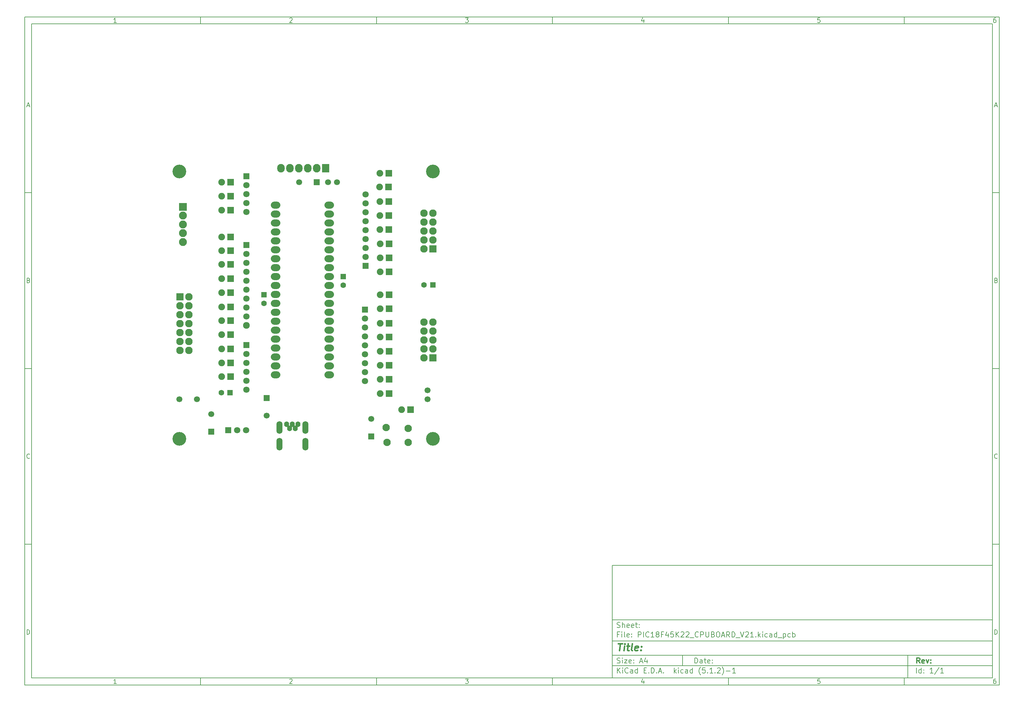
<source format=gbs>
G04 #@! TF.GenerationSoftware,KiCad,Pcbnew,(5.1.2)-1*
G04 #@! TF.CreationDate,2019-04-29T19:23:30+09:00*
G04 #@! TF.ProjectId,PIC18F45K22_CPUBOARD_V21,50494331-3846-4343-954b-32325f435055,rev?*
G04 #@! TF.SameCoordinates,Original*
G04 #@! TF.FileFunction,Soldermask,Bot*
G04 #@! TF.FilePolarity,Negative*
%FSLAX46Y46*%
G04 Gerber Fmt 4.6, Leading zero omitted, Abs format (unit mm)*
G04 Created by KiCad (PCBNEW (5.1.2)-1) date 2019-04-29 19:23:30*
%MOMM*%
%LPD*%
G04 APERTURE LIST*
%ADD10C,0.100000*%
%ADD11C,0.150000*%
%ADD12C,0.300000*%
%ADD13C,0.400000*%
%ADD14R,2.250000X2.250000*%
%ADD15C,2.250000*%
%ADD16R,1.900000X1.900000*%
%ADD17C,1.900000*%
%ADD18C,1.700000*%
%ADD19R,1.797000X1.797000*%
%ADD20C,1.797000*%
%ADD21C,3.900000*%
%ADD22C,1.924000*%
%ADD23R,2.127200X2.127200*%
%ADD24O,2.127200X2.127200*%
%ADD25O,1.400000X1.600000*%
%ADD26O,1.700000X3.600000*%
%ADD27R,2.127200X2.432000*%
%ADD28O,2.127200X2.432000*%
%ADD29C,2.100000*%
%ADD30R,1.700000X1.700000*%
%ADD31R,1.600000X1.600000*%
%ADD32C,1.600000*%
%ADD33O,2.700000X2.000000*%
G04 APERTURE END LIST*
D10*
D11*
X177002200Y-166007200D02*
X177002200Y-198007200D01*
X285002200Y-198007200D01*
X285002200Y-166007200D01*
X177002200Y-166007200D01*
D10*
D11*
X10000000Y-10000000D02*
X10000000Y-200007200D01*
X287002200Y-200007200D01*
X287002200Y-10000000D01*
X10000000Y-10000000D01*
D10*
D11*
X12000000Y-12000000D02*
X12000000Y-198007200D01*
X285002200Y-198007200D01*
X285002200Y-12000000D01*
X12000000Y-12000000D01*
D10*
D11*
X60000000Y-12000000D02*
X60000000Y-10000000D01*
D10*
D11*
X110000000Y-12000000D02*
X110000000Y-10000000D01*
D10*
D11*
X160000000Y-12000000D02*
X160000000Y-10000000D01*
D10*
D11*
X210000000Y-12000000D02*
X210000000Y-10000000D01*
D10*
D11*
X260000000Y-12000000D02*
X260000000Y-10000000D01*
D10*
D11*
X36065476Y-11588095D02*
X35322619Y-11588095D01*
X35694047Y-11588095D02*
X35694047Y-10288095D01*
X35570238Y-10473809D01*
X35446428Y-10597619D01*
X35322619Y-10659523D01*
D10*
D11*
X85322619Y-10411904D02*
X85384523Y-10350000D01*
X85508333Y-10288095D01*
X85817857Y-10288095D01*
X85941666Y-10350000D01*
X86003571Y-10411904D01*
X86065476Y-10535714D01*
X86065476Y-10659523D01*
X86003571Y-10845238D01*
X85260714Y-11588095D01*
X86065476Y-11588095D01*
D10*
D11*
X135260714Y-10288095D02*
X136065476Y-10288095D01*
X135632142Y-10783333D01*
X135817857Y-10783333D01*
X135941666Y-10845238D01*
X136003571Y-10907142D01*
X136065476Y-11030952D01*
X136065476Y-11340476D01*
X136003571Y-11464285D01*
X135941666Y-11526190D01*
X135817857Y-11588095D01*
X135446428Y-11588095D01*
X135322619Y-11526190D01*
X135260714Y-11464285D01*
D10*
D11*
X185941666Y-10721428D02*
X185941666Y-11588095D01*
X185632142Y-10226190D02*
X185322619Y-11154761D01*
X186127380Y-11154761D01*
D10*
D11*
X236003571Y-10288095D02*
X235384523Y-10288095D01*
X235322619Y-10907142D01*
X235384523Y-10845238D01*
X235508333Y-10783333D01*
X235817857Y-10783333D01*
X235941666Y-10845238D01*
X236003571Y-10907142D01*
X236065476Y-11030952D01*
X236065476Y-11340476D01*
X236003571Y-11464285D01*
X235941666Y-11526190D01*
X235817857Y-11588095D01*
X235508333Y-11588095D01*
X235384523Y-11526190D01*
X235322619Y-11464285D01*
D10*
D11*
X285941666Y-10288095D02*
X285694047Y-10288095D01*
X285570238Y-10350000D01*
X285508333Y-10411904D01*
X285384523Y-10597619D01*
X285322619Y-10845238D01*
X285322619Y-11340476D01*
X285384523Y-11464285D01*
X285446428Y-11526190D01*
X285570238Y-11588095D01*
X285817857Y-11588095D01*
X285941666Y-11526190D01*
X286003571Y-11464285D01*
X286065476Y-11340476D01*
X286065476Y-11030952D01*
X286003571Y-10907142D01*
X285941666Y-10845238D01*
X285817857Y-10783333D01*
X285570238Y-10783333D01*
X285446428Y-10845238D01*
X285384523Y-10907142D01*
X285322619Y-11030952D01*
D10*
D11*
X60000000Y-198007200D02*
X60000000Y-200007200D01*
D10*
D11*
X110000000Y-198007200D02*
X110000000Y-200007200D01*
D10*
D11*
X160000000Y-198007200D02*
X160000000Y-200007200D01*
D10*
D11*
X210000000Y-198007200D02*
X210000000Y-200007200D01*
D10*
D11*
X260000000Y-198007200D02*
X260000000Y-200007200D01*
D10*
D11*
X36065476Y-199595295D02*
X35322619Y-199595295D01*
X35694047Y-199595295D02*
X35694047Y-198295295D01*
X35570238Y-198481009D01*
X35446428Y-198604819D01*
X35322619Y-198666723D01*
D10*
D11*
X85322619Y-198419104D02*
X85384523Y-198357200D01*
X85508333Y-198295295D01*
X85817857Y-198295295D01*
X85941666Y-198357200D01*
X86003571Y-198419104D01*
X86065476Y-198542914D01*
X86065476Y-198666723D01*
X86003571Y-198852438D01*
X85260714Y-199595295D01*
X86065476Y-199595295D01*
D10*
D11*
X135260714Y-198295295D02*
X136065476Y-198295295D01*
X135632142Y-198790533D01*
X135817857Y-198790533D01*
X135941666Y-198852438D01*
X136003571Y-198914342D01*
X136065476Y-199038152D01*
X136065476Y-199347676D01*
X136003571Y-199471485D01*
X135941666Y-199533390D01*
X135817857Y-199595295D01*
X135446428Y-199595295D01*
X135322619Y-199533390D01*
X135260714Y-199471485D01*
D10*
D11*
X185941666Y-198728628D02*
X185941666Y-199595295D01*
X185632142Y-198233390D02*
X185322619Y-199161961D01*
X186127380Y-199161961D01*
D10*
D11*
X236003571Y-198295295D02*
X235384523Y-198295295D01*
X235322619Y-198914342D01*
X235384523Y-198852438D01*
X235508333Y-198790533D01*
X235817857Y-198790533D01*
X235941666Y-198852438D01*
X236003571Y-198914342D01*
X236065476Y-199038152D01*
X236065476Y-199347676D01*
X236003571Y-199471485D01*
X235941666Y-199533390D01*
X235817857Y-199595295D01*
X235508333Y-199595295D01*
X235384523Y-199533390D01*
X235322619Y-199471485D01*
D10*
D11*
X285941666Y-198295295D02*
X285694047Y-198295295D01*
X285570238Y-198357200D01*
X285508333Y-198419104D01*
X285384523Y-198604819D01*
X285322619Y-198852438D01*
X285322619Y-199347676D01*
X285384523Y-199471485D01*
X285446428Y-199533390D01*
X285570238Y-199595295D01*
X285817857Y-199595295D01*
X285941666Y-199533390D01*
X286003571Y-199471485D01*
X286065476Y-199347676D01*
X286065476Y-199038152D01*
X286003571Y-198914342D01*
X285941666Y-198852438D01*
X285817857Y-198790533D01*
X285570238Y-198790533D01*
X285446428Y-198852438D01*
X285384523Y-198914342D01*
X285322619Y-199038152D01*
D10*
D11*
X10000000Y-60000000D02*
X12000000Y-60000000D01*
D10*
D11*
X10000000Y-110000000D02*
X12000000Y-110000000D01*
D10*
D11*
X10000000Y-160000000D02*
X12000000Y-160000000D01*
D10*
D11*
X10690476Y-35216666D02*
X11309523Y-35216666D01*
X10566666Y-35588095D02*
X11000000Y-34288095D01*
X11433333Y-35588095D01*
D10*
D11*
X11092857Y-84907142D02*
X11278571Y-84969047D01*
X11340476Y-85030952D01*
X11402380Y-85154761D01*
X11402380Y-85340476D01*
X11340476Y-85464285D01*
X11278571Y-85526190D01*
X11154761Y-85588095D01*
X10659523Y-85588095D01*
X10659523Y-84288095D01*
X11092857Y-84288095D01*
X11216666Y-84350000D01*
X11278571Y-84411904D01*
X11340476Y-84535714D01*
X11340476Y-84659523D01*
X11278571Y-84783333D01*
X11216666Y-84845238D01*
X11092857Y-84907142D01*
X10659523Y-84907142D01*
D10*
D11*
X11402380Y-135464285D02*
X11340476Y-135526190D01*
X11154761Y-135588095D01*
X11030952Y-135588095D01*
X10845238Y-135526190D01*
X10721428Y-135402380D01*
X10659523Y-135278571D01*
X10597619Y-135030952D01*
X10597619Y-134845238D01*
X10659523Y-134597619D01*
X10721428Y-134473809D01*
X10845238Y-134350000D01*
X11030952Y-134288095D01*
X11154761Y-134288095D01*
X11340476Y-134350000D01*
X11402380Y-134411904D01*
D10*
D11*
X10659523Y-185588095D02*
X10659523Y-184288095D01*
X10969047Y-184288095D01*
X11154761Y-184350000D01*
X11278571Y-184473809D01*
X11340476Y-184597619D01*
X11402380Y-184845238D01*
X11402380Y-185030952D01*
X11340476Y-185278571D01*
X11278571Y-185402380D01*
X11154761Y-185526190D01*
X10969047Y-185588095D01*
X10659523Y-185588095D01*
D10*
D11*
X287002200Y-60000000D02*
X285002200Y-60000000D01*
D10*
D11*
X287002200Y-110000000D02*
X285002200Y-110000000D01*
D10*
D11*
X287002200Y-160000000D02*
X285002200Y-160000000D01*
D10*
D11*
X285692676Y-35216666D02*
X286311723Y-35216666D01*
X285568866Y-35588095D02*
X286002200Y-34288095D01*
X286435533Y-35588095D01*
D10*
D11*
X286095057Y-84907142D02*
X286280771Y-84969047D01*
X286342676Y-85030952D01*
X286404580Y-85154761D01*
X286404580Y-85340476D01*
X286342676Y-85464285D01*
X286280771Y-85526190D01*
X286156961Y-85588095D01*
X285661723Y-85588095D01*
X285661723Y-84288095D01*
X286095057Y-84288095D01*
X286218866Y-84350000D01*
X286280771Y-84411904D01*
X286342676Y-84535714D01*
X286342676Y-84659523D01*
X286280771Y-84783333D01*
X286218866Y-84845238D01*
X286095057Y-84907142D01*
X285661723Y-84907142D01*
D10*
D11*
X286404580Y-135464285D02*
X286342676Y-135526190D01*
X286156961Y-135588095D01*
X286033152Y-135588095D01*
X285847438Y-135526190D01*
X285723628Y-135402380D01*
X285661723Y-135278571D01*
X285599819Y-135030952D01*
X285599819Y-134845238D01*
X285661723Y-134597619D01*
X285723628Y-134473809D01*
X285847438Y-134350000D01*
X286033152Y-134288095D01*
X286156961Y-134288095D01*
X286342676Y-134350000D01*
X286404580Y-134411904D01*
D10*
D11*
X285661723Y-185588095D02*
X285661723Y-184288095D01*
X285971247Y-184288095D01*
X286156961Y-184350000D01*
X286280771Y-184473809D01*
X286342676Y-184597619D01*
X286404580Y-184845238D01*
X286404580Y-185030952D01*
X286342676Y-185278571D01*
X286280771Y-185402380D01*
X286156961Y-185526190D01*
X285971247Y-185588095D01*
X285661723Y-185588095D01*
D10*
D11*
X200434342Y-193785771D02*
X200434342Y-192285771D01*
X200791485Y-192285771D01*
X201005771Y-192357200D01*
X201148628Y-192500057D01*
X201220057Y-192642914D01*
X201291485Y-192928628D01*
X201291485Y-193142914D01*
X201220057Y-193428628D01*
X201148628Y-193571485D01*
X201005771Y-193714342D01*
X200791485Y-193785771D01*
X200434342Y-193785771D01*
X202577200Y-193785771D02*
X202577200Y-193000057D01*
X202505771Y-192857200D01*
X202362914Y-192785771D01*
X202077200Y-192785771D01*
X201934342Y-192857200D01*
X202577200Y-193714342D02*
X202434342Y-193785771D01*
X202077200Y-193785771D01*
X201934342Y-193714342D01*
X201862914Y-193571485D01*
X201862914Y-193428628D01*
X201934342Y-193285771D01*
X202077200Y-193214342D01*
X202434342Y-193214342D01*
X202577200Y-193142914D01*
X203077200Y-192785771D02*
X203648628Y-192785771D01*
X203291485Y-192285771D02*
X203291485Y-193571485D01*
X203362914Y-193714342D01*
X203505771Y-193785771D01*
X203648628Y-193785771D01*
X204720057Y-193714342D02*
X204577200Y-193785771D01*
X204291485Y-193785771D01*
X204148628Y-193714342D01*
X204077200Y-193571485D01*
X204077200Y-193000057D01*
X204148628Y-192857200D01*
X204291485Y-192785771D01*
X204577200Y-192785771D01*
X204720057Y-192857200D01*
X204791485Y-193000057D01*
X204791485Y-193142914D01*
X204077200Y-193285771D01*
X205434342Y-193642914D02*
X205505771Y-193714342D01*
X205434342Y-193785771D01*
X205362914Y-193714342D01*
X205434342Y-193642914D01*
X205434342Y-193785771D01*
X205434342Y-192857200D02*
X205505771Y-192928628D01*
X205434342Y-193000057D01*
X205362914Y-192928628D01*
X205434342Y-192857200D01*
X205434342Y-193000057D01*
D10*
D11*
X177002200Y-194507200D02*
X285002200Y-194507200D01*
D10*
D11*
X178434342Y-196585771D02*
X178434342Y-195085771D01*
X179291485Y-196585771D02*
X178648628Y-195728628D01*
X179291485Y-195085771D02*
X178434342Y-195942914D01*
X179934342Y-196585771D02*
X179934342Y-195585771D01*
X179934342Y-195085771D02*
X179862914Y-195157200D01*
X179934342Y-195228628D01*
X180005771Y-195157200D01*
X179934342Y-195085771D01*
X179934342Y-195228628D01*
X181505771Y-196442914D02*
X181434342Y-196514342D01*
X181220057Y-196585771D01*
X181077200Y-196585771D01*
X180862914Y-196514342D01*
X180720057Y-196371485D01*
X180648628Y-196228628D01*
X180577200Y-195942914D01*
X180577200Y-195728628D01*
X180648628Y-195442914D01*
X180720057Y-195300057D01*
X180862914Y-195157200D01*
X181077200Y-195085771D01*
X181220057Y-195085771D01*
X181434342Y-195157200D01*
X181505771Y-195228628D01*
X182791485Y-196585771D02*
X182791485Y-195800057D01*
X182720057Y-195657200D01*
X182577200Y-195585771D01*
X182291485Y-195585771D01*
X182148628Y-195657200D01*
X182791485Y-196514342D02*
X182648628Y-196585771D01*
X182291485Y-196585771D01*
X182148628Y-196514342D01*
X182077200Y-196371485D01*
X182077200Y-196228628D01*
X182148628Y-196085771D01*
X182291485Y-196014342D01*
X182648628Y-196014342D01*
X182791485Y-195942914D01*
X184148628Y-196585771D02*
X184148628Y-195085771D01*
X184148628Y-196514342D02*
X184005771Y-196585771D01*
X183720057Y-196585771D01*
X183577200Y-196514342D01*
X183505771Y-196442914D01*
X183434342Y-196300057D01*
X183434342Y-195871485D01*
X183505771Y-195728628D01*
X183577200Y-195657200D01*
X183720057Y-195585771D01*
X184005771Y-195585771D01*
X184148628Y-195657200D01*
X186005771Y-195800057D02*
X186505771Y-195800057D01*
X186720057Y-196585771D02*
X186005771Y-196585771D01*
X186005771Y-195085771D01*
X186720057Y-195085771D01*
X187362914Y-196442914D02*
X187434342Y-196514342D01*
X187362914Y-196585771D01*
X187291485Y-196514342D01*
X187362914Y-196442914D01*
X187362914Y-196585771D01*
X188077200Y-196585771D02*
X188077200Y-195085771D01*
X188434342Y-195085771D01*
X188648628Y-195157200D01*
X188791485Y-195300057D01*
X188862914Y-195442914D01*
X188934342Y-195728628D01*
X188934342Y-195942914D01*
X188862914Y-196228628D01*
X188791485Y-196371485D01*
X188648628Y-196514342D01*
X188434342Y-196585771D01*
X188077200Y-196585771D01*
X189577200Y-196442914D02*
X189648628Y-196514342D01*
X189577200Y-196585771D01*
X189505771Y-196514342D01*
X189577200Y-196442914D01*
X189577200Y-196585771D01*
X190220057Y-196157200D02*
X190934342Y-196157200D01*
X190077200Y-196585771D02*
X190577200Y-195085771D01*
X191077200Y-196585771D01*
X191577200Y-196442914D02*
X191648628Y-196514342D01*
X191577200Y-196585771D01*
X191505771Y-196514342D01*
X191577200Y-196442914D01*
X191577200Y-196585771D01*
X194577200Y-196585771D02*
X194577200Y-195085771D01*
X194720057Y-196014342D02*
X195148628Y-196585771D01*
X195148628Y-195585771D02*
X194577200Y-196157200D01*
X195791485Y-196585771D02*
X195791485Y-195585771D01*
X195791485Y-195085771D02*
X195720057Y-195157200D01*
X195791485Y-195228628D01*
X195862914Y-195157200D01*
X195791485Y-195085771D01*
X195791485Y-195228628D01*
X197148628Y-196514342D02*
X197005771Y-196585771D01*
X196720057Y-196585771D01*
X196577200Y-196514342D01*
X196505771Y-196442914D01*
X196434342Y-196300057D01*
X196434342Y-195871485D01*
X196505771Y-195728628D01*
X196577200Y-195657200D01*
X196720057Y-195585771D01*
X197005771Y-195585771D01*
X197148628Y-195657200D01*
X198434342Y-196585771D02*
X198434342Y-195800057D01*
X198362914Y-195657200D01*
X198220057Y-195585771D01*
X197934342Y-195585771D01*
X197791485Y-195657200D01*
X198434342Y-196514342D02*
X198291485Y-196585771D01*
X197934342Y-196585771D01*
X197791485Y-196514342D01*
X197720057Y-196371485D01*
X197720057Y-196228628D01*
X197791485Y-196085771D01*
X197934342Y-196014342D01*
X198291485Y-196014342D01*
X198434342Y-195942914D01*
X199791485Y-196585771D02*
X199791485Y-195085771D01*
X199791485Y-196514342D02*
X199648628Y-196585771D01*
X199362914Y-196585771D01*
X199220057Y-196514342D01*
X199148628Y-196442914D01*
X199077200Y-196300057D01*
X199077200Y-195871485D01*
X199148628Y-195728628D01*
X199220057Y-195657200D01*
X199362914Y-195585771D01*
X199648628Y-195585771D01*
X199791485Y-195657200D01*
X202077200Y-197157200D02*
X202005771Y-197085771D01*
X201862914Y-196871485D01*
X201791485Y-196728628D01*
X201720057Y-196514342D01*
X201648628Y-196157200D01*
X201648628Y-195871485D01*
X201720057Y-195514342D01*
X201791485Y-195300057D01*
X201862914Y-195157200D01*
X202005771Y-194942914D01*
X202077200Y-194871485D01*
X203362914Y-195085771D02*
X202648628Y-195085771D01*
X202577200Y-195800057D01*
X202648628Y-195728628D01*
X202791485Y-195657200D01*
X203148628Y-195657200D01*
X203291485Y-195728628D01*
X203362914Y-195800057D01*
X203434342Y-195942914D01*
X203434342Y-196300057D01*
X203362914Y-196442914D01*
X203291485Y-196514342D01*
X203148628Y-196585771D01*
X202791485Y-196585771D01*
X202648628Y-196514342D01*
X202577200Y-196442914D01*
X204077200Y-196442914D02*
X204148628Y-196514342D01*
X204077200Y-196585771D01*
X204005771Y-196514342D01*
X204077200Y-196442914D01*
X204077200Y-196585771D01*
X205577200Y-196585771D02*
X204720057Y-196585771D01*
X205148628Y-196585771D02*
X205148628Y-195085771D01*
X205005771Y-195300057D01*
X204862914Y-195442914D01*
X204720057Y-195514342D01*
X206220057Y-196442914D02*
X206291485Y-196514342D01*
X206220057Y-196585771D01*
X206148628Y-196514342D01*
X206220057Y-196442914D01*
X206220057Y-196585771D01*
X206862914Y-195228628D02*
X206934342Y-195157200D01*
X207077200Y-195085771D01*
X207434342Y-195085771D01*
X207577200Y-195157200D01*
X207648628Y-195228628D01*
X207720057Y-195371485D01*
X207720057Y-195514342D01*
X207648628Y-195728628D01*
X206791485Y-196585771D01*
X207720057Y-196585771D01*
X208220057Y-197157200D02*
X208291485Y-197085771D01*
X208434342Y-196871485D01*
X208505771Y-196728628D01*
X208577200Y-196514342D01*
X208648628Y-196157200D01*
X208648628Y-195871485D01*
X208577200Y-195514342D01*
X208505771Y-195300057D01*
X208434342Y-195157200D01*
X208291485Y-194942914D01*
X208220057Y-194871485D01*
X209362914Y-196014342D02*
X210505771Y-196014342D01*
X212005771Y-196585771D02*
X211148628Y-196585771D01*
X211577200Y-196585771D02*
X211577200Y-195085771D01*
X211434342Y-195300057D01*
X211291485Y-195442914D01*
X211148628Y-195514342D01*
D10*
D11*
X177002200Y-191507200D02*
X285002200Y-191507200D01*
D10*
D12*
X264411485Y-193785771D02*
X263911485Y-193071485D01*
X263554342Y-193785771D02*
X263554342Y-192285771D01*
X264125771Y-192285771D01*
X264268628Y-192357200D01*
X264340057Y-192428628D01*
X264411485Y-192571485D01*
X264411485Y-192785771D01*
X264340057Y-192928628D01*
X264268628Y-193000057D01*
X264125771Y-193071485D01*
X263554342Y-193071485D01*
X265625771Y-193714342D02*
X265482914Y-193785771D01*
X265197200Y-193785771D01*
X265054342Y-193714342D01*
X264982914Y-193571485D01*
X264982914Y-193000057D01*
X265054342Y-192857200D01*
X265197200Y-192785771D01*
X265482914Y-192785771D01*
X265625771Y-192857200D01*
X265697200Y-193000057D01*
X265697200Y-193142914D01*
X264982914Y-193285771D01*
X266197200Y-192785771D02*
X266554342Y-193785771D01*
X266911485Y-192785771D01*
X267482914Y-193642914D02*
X267554342Y-193714342D01*
X267482914Y-193785771D01*
X267411485Y-193714342D01*
X267482914Y-193642914D01*
X267482914Y-193785771D01*
X267482914Y-192857200D02*
X267554342Y-192928628D01*
X267482914Y-193000057D01*
X267411485Y-192928628D01*
X267482914Y-192857200D01*
X267482914Y-193000057D01*
D10*
D11*
X178362914Y-193714342D02*
X178577200Y-193785771D01*
X178934342Y-193785771D01*
X179077200Y-193714342D01*
X179148628Y-193642914D01*
X179220057Y-193500057D01*
X179220057Y-193357200D01*
X179148628Y-193214342D01*
X179077200Y-193142914D01*
X178934342Y-193071485D01*
X178648628Y-193000057D01*
X178505771Y-192928628D01*
X178434342Y-192857200D01*
X178362914Y-192714342D01*
X178362914Y-192571485D01*
X178434342Y-192428628D01*
X178505771Y-192357200D01*
X178648628Y-192285771D01*
X179005771Y-192285771D01*
X179220057Y-192357200D01*
X179862914Y-193785771D02*
X179862914Y-192785771D01*
X179862914Y-192285771D02*
X179791485Y-192357200D01*
X179862914Y-192428628D01*
X179934342Y-192357200D01*
X179862914Y-192285771D01*
X179862914Y-192428628D01*
X180434342Y-192785771D02*
X181220057Y-192785771D01*
X180434342Y-193785771D01*
X181220057Y-193785771D01*
X182362914Y-193714342D02*
X182220057Y-193785771D01*
X181934342Y-193785771D01*
X181791485Y-193714342D01*
X181720057Y-193571485D01*
X181720057Y-193000057D01*
X181791485Y-192857200D01*
X181934342Y-192785771D01*
X182220057Y-192785771D01*
X182362914Y-192857200D01*
X182434342Y-193000057D01*
X182434342Y-193142914D01*
X181720057Y-193285771D01*
X183077200Y-193642914D02*
X183148628Y-193714342D01*
X183077200Y-193785771D01*
X183005771Y-193714342D01*
X183077200Y-193642914D01*
X183077200Y-193785771D01*
X183077200Y-192857200D02*
X183148628Y-192928628D01*
X183077200Y-193000057D01*
X183005771Y-192928628D01*
X183077200Y-192857200D01*
X183077200Y-193000057D01*
X184862914Y-193357200D02*
X185577200Y-193357200D01*
X184720057Y-193785771D02*
X185220057Y-192285771D01*
X185720057Y-193785771D01*
X186862914Y-192785771D02*
X186862914Y-193785771D01*
X186505771Y-192214342D02*
X186148628Y-193285771D01*
X187077200Y-193285771D01*
D10*
D11*
X263434342Y-196585771D02*
X263434342Y-195085771D01*
X264791485Y-196585771D02*
X264791485Y-195085771D01*
X264791485Y-196514342D02*
X264648628Y-196585771D01*
X264362914Y-196585771D01*
X264220057Y-196514342D01*
X264148628Y-196442914D01*
X264077200Y-196300057D01*
X264077200Y-195871485D01*
X264148628Y-195728628D01*
X264220057Y-195657200D01*
X264362914Y-195585771D01*
X264648628Y-195585771D01*
X264791485Y-195657200D01*
X265505771Y-196442914D02*
X265577200Y-196514342D01*
X265505771Y-196585771D01*
X265434342Y-196514342D01*
X265505771Y-196442914D01*
X265505771Y-196585771D01*
X265505771Y-195657200D02*
X265577200Y-195728628D01*
X265505771Y-195800057D01*
X265434342Y-195728628D01*
X265505771Y-195657200D01*
X265505771Y-195800057D01*
X268148628Y-196585771D02*
X267291485Y-196585771D01*
X267720057Y-196585771D02*
X267720057Y-195085771D01*
X267577200Y-195300057D01*
X267434342Y-195442914D01*
X267291485Y-195514342D01*
X269862914Y-195014342D02*
X268577200Y-196942914D01*
X271148628Y-196585771D02*
X270291485Y-196585771D01*
X270720057Y-196585771D02*
X270720057Y-195085771D01*
X270577200Y-195300057D01*
X270434342Y-195442914D01*
X270291485Y-195514342D01*
D10*
D11*
X177002200Y-187507200D02*
X285002200Y-187507200D01*
D10*
D13*
X178714580Y-188211961D02*
X179857438Y-188211961D01*
X179036009Y-190211961D02*
X179286009Y-188211961D01*
X180274104Y-190211961D02*
X180440771Y-188878628D01*
X180524104Y-188211961D02*
X180416961Y-188307200D01*
X180500295Y-188402438D01*
X180607438Y-188307200D01*
X180524104Y-188211961D01*
X180500295Y-188402438D01*
X181107438Y-188878628D02*
X181869342Y-188878628D01*
X181476485Y-188211961D02*
X181262200Y-189926247D01*
X181333628Y-190116723D01*
X181512200Y-190211961D01*
X181702676Y-190211961D01*
X182655057Y-190211961D02*
X182476485Y-190116723D01*
X182405057Y-189926247D01*
X182619342Y-188211961D01*
X184190771Y-190116723D02*
X183988390Y-190211961D01*
X183607438Y-190211961D01*
X183428866Y-190116723D01*
X183357438Y-189926247D01*
X183452676Y-189164342D01*
X183571723Y-188973866D01*
X183774104Y-188878628D01*
X184155057Y-188878628D01*
X184333628Y-188973866D01*
X184405057Y-189164342D01*
X184381247Y-189354819D01*
X183405057Y-189545295D01*
X185155057Y-190021485D02*
X185238390Y-190116723D01*
X185131247Y-190211961D01*
X185047914Y-190116723D01*
X185155057Y-190021485D01*
X185131247Y-190211961D01*
X185286009Y-188973866D02*
X185369342Y-189069104D01*
X185262200Y-189164342D01*
X185178866Y-189069104D01*
X185286009Y-188973866D01*
X185262200Y-189164342D01*
D10*
D11*
X178934342Y-185600057D02*
X178434342Y-185600057D01*
X178434342Y-186385771D02*
X178434342Y-184885771D01*
X179148628Y-184885771D01*
X179720057Y-186385771D02*
X179720057Y-185385771D01*
X179720057Y-184885771D02*
X179648628Y-184957200D01*
X179720057Y-185028628D01*
X179791485Y-184957200D01*
X179720057Y-184885771D01*
X179720057Y-185028628D01*
X180648628Y-186385771D02*
X180505771Y-186314342D01*
X180434342Y-186171485D01*
X180434342Y-184885771D01*
X181791485Y-186314342D02*
X181648628Y-186385771D01*
X181362914Y-186385771D01*
X181220057Y-186314342D01*
X181148628Y-186171485D01*
X181148628Y-185600057D01*
X181220057Y-185457200D01*
X181362914Y-185385771D01*
X181648628Y-185385771D01*
X181791485Y-185457200D01*
X181862914Y-185600057D01*
X181862914Y-185742914D01*
X181148628Y-185885771D01*
X182505771Y-186242914D02*
X182577200Y-186314342D01*
X182505771Y-186385771D01*
X182434342Y-186314342D01*
X182505771Y-186242914D01*
X182505771Y-186385771D01*
X182505771Y-185457200D02*
X182577200Y-185528628D01*
X182505771Y-185600057D01*
X182434342Y-185528628D01*
X182505771Y-185457200D01*
X182505771Y-185600057D01*
X184362914Y-186385771D02*
X184362914Y-184885771D01*
X184934342Y-184885771D01*
X185077200Y-184957200D01*
X185148628Y-185028628D01*
X185220057Y-185171485D01*
X185220057Y-185385771D01*
X185148628Y-185528628D01*
X185077200Y-185600057D01*
X184934342Y-185671485D01*
X184362914Y-185671485D01*
X185862914Y-186385771D02*
X185862914Y-184885771D01*
X187434342Y-186242914D02*
X187362914Y-186314342D01*
X187148628Y-186385771D01*
X187005771Y-186385771D01*
X186791485Y-186314342D01*
X186648628Y-186171485D01*
X186577200Y-186028628D01*
X186505771Y-185742914D01*
X186505771Y-185528628D01*
X186577200Y-185242914D01*
X186648628Y-185100057D01*
X186791485Y-184957200D01*
X187005771Y-184885771D01*
X187148628Y-184885771D01*
X187362914Y-184957200D01*
X187434342Y-185028628D01*
X188862914Y-186385771D02*
X188005771Y-186385771D01*
X188434342Y-186385771D02*
X188434342Y-184885771D01*
X188291485Y-185100057D01*
X188148628Y-185242914D01*
X188005771Y-185314342D01*
X189720057Y-185528628D02*
X189577200Y-185457200D01*
X189505771Y-185385771D01*
X189434342Y-185242914D01*
X189434342Y-185171485D01*
X189505771Y-185028628D01*
X189577200Y-184957200D01*
X189720057Y-184885771D01*
X190005771Y-184885771D01*
X190148628Y-184957200D01*
X190220057Y-185028628D01*
X190291485Y-185171485D01*
X190291485Y-185242914D01*
X190220057Y-185385771D01*
X190148628Y-185457200D01*
X190005771Y-185528628D01*
X189720057Y-185528628D01*
X189577200Y-185600057D01*
X189505771Y-185671485D01*
X189434342Y-185814342D01*
X189434342Y-186100057D01*
X189505771Y-186242914D01*
X189577200Y-186314342D01*
X189720057Y-186385771D01*
X190005771Y-186385771D01*
X190148628Y-186314342D01*
X190220057Y-186242914D01*
X190291485Y-186100057D01*
X190291485Y-185814342D01*
X190220057Y-185671485D01*
X190148628Y-185600057D01*
X190005771Y-185528628D01*
X191434342Y-185600057D02*
X190934342Y-185600057D01*
X190934342Y-186385771D02*
X190934342Y-184885771D01*
X191648628Y-184885771D01*
X192862914Y-185385771D02*
X192862914Y-186385771D01*
X192505771Y-184814342D02*
X192148628Y-185885771D01*
X193077200Y-185885771D01*
X194362914Y-184885771D02*
X193648628Y-184885771D01*
X193577200Y-185600057D01*
X193648628Y-185528628D01*
X193791485Y-185457200D01*
X194148628Y-185457200D01*
X194291485Y-185528628D01*
X194362914Y-185600057D01*
X194434342Y-185742914D01*
X194434342Y-186100057D01*
X194362914Y-186242914D01*
X194291485Y-186314342D01*
X194148628Y-186385771D01*
X193791485Y-186385771D01*
X193648628Y-186314342D01*
X193577200Y-186242914D01*
X195077200Y-186385771D02*
X195077200Y-184885771D01*
X195934342Y-186385771D02*
X195291485Y-185528628D01*
X195934342Y-184885771D02*
X195077200Y-185742914D01*
X196505771Y-185028628D02*
X196577200Y-184957200D01*
X196720057Y-184885771D01*
X197077200Y-184885771D01*
X197220057Y-184957200D01*
X197291485Y-185028628D01*
X197362914Y-185171485D01*
X197362914Y-185314342D01*
X197291485Y-185528628D01*
X196434342Y-186385771D01*
X197362914Y-186385771D01*
X197934342Y-185028628D02*
X198005771Y-184957200D01*
X198148628Y-184885771D01*
X198505771Y-184885771D01*
X198648628Y-184957200D01*
X198720057Y-185028628D01*
X198791485Y-185171485D01*
X198791485Y-185314342D01*
X198720057Y-185528628D01*
X197862914Y-186385771D01*
X198791485Y-186385771D01*
X199077200Y-186528628D02*
X200220057Y-186528628D01*
X201434342Y-186242914D02*
X201362914Y-186314342D01*
X201148628Y-186385771D01*
X201005771Y-186385771D01*
X200791485Y-186314342D01*
X200648628Y-186171485D01*
X200577200Y-186028628D01*
X200505771Y-185742914D01*
X200505771Y-185528628D01*
X200577200Y-185242914D01*
X200648628Y-185100057D01*
X200791485Y-184957200D01*
X201005771Y-184885771D01*
X201148628Y-184885771D01*
X201362914Y-184957200D01*
X201434342Y-185028628D01*
X202077200Y-186385771D02*
X202077200Y-184885771D01*
X202648628Y-184885771D01*
X202791485Y-184957200D01*
X202862914Y-185028628D01*
X202934342Y-185171485D01*
X202934342Y-185385771D01*
X202862914Y-185528628D01*
X202791485Y-185600057D01*
X202648628Y-185671485D01*
X202077200Y-185671485D01*
X203577200Y-184885771D02*
X203577200Y-186100057D01*
X203648628Y-186242914D01*
X203720057Y-186314342D01*
X203862914Y-186385771D01*
X204148628Y-186385771D01*
X204291485Y-186314342D01*
X204362914Y-186242914D01*
X204434342Y-186100057D01*
X204434342Y-184885771D01*
X205648628Y-185600057D02*
X205862914Y-185671485D01*
X205934342Y-185742914D01*
X206005771Y-185885771D01*
X206005771Y-186100057D01*
X205934342Y-186242914D01*
X205862914Y-186314342D01*
X205720057Y-186385771D01*
X205148628Y-186385771D01*
X205148628Y-184885771D01*
X205648628Y-184885771D01*
X205791485Y-184957200D01*
X205862914Y-185028628D01*
X205934342Y-185171485D01*
X205934342Y-185314342D01*
X205862914Y-185457200D01*
X205791485Y-185528628D01*
X205648628Y-185600057D01*
X205148628Y-185600057D01*
X206934342Y-184885771D02*
X207220057Y-184885771D01*
X207362914Y-184957200D01*
X207505771Y-185100057D01*
X207577200Y-185385771D01*
X207577200Y-185885771D01*
X207505771Y-186171485D01*
X207362914Y-186314342D01*
X207220057Y-186385771D01*
X206934342Y-186385771D01*
X206791485Y-186314342D01*
X206648628Y-186171485D01*
X206577200Y-185885771D01*
X206577200Y-185385771D01*
X206648628Y-185100057D01*
X206791485Y-184957200D01*
X206934342Y-184885771D01*
X208148628Y-185957200D02*
X208862914Y-185957200D01*
X208005771Y-186385771D02*
X208505771Y-184885771D01*
X209005771Y-186385771D01*
X210362914Y-186385771D02*
X209862914Y-185671485D01*
X209505771Y-186385771D02*
X209505771Y-184885771D01*
X210077200Y-184885771D01*
X210220057Y-184957200D01*
X210291485Y-185028628D01*
X210362914Y-185171485D01*
X210362914Y-185385771D01*
X210291485Y-185528628D01*
X210220057Y-185600057D01*
X210077200Y-185671485D01*
X209505771Y-185671485D01*
X211005771Y-186385771D02*
X211005771Y-184885771D01*
X211362914Y-184885771D01*
X211577200Y-184957200D01*
X211720057Y-185100057D01*
X211791485Y-185242914D01*
X211862914Y-185528628D01*
X211862914Y-185742914D01*
X211791485Y-186028628D01*
X211720057Y-186171485D01*
X211577200Y-186314342D01*
X211362914Y-186385771D01*
X211005771Y-186385771D01*
X212148628Y-186528628D02*
X213291485Y-186528628D01*
X213434342Y-184885771D02*
X213934342Y-186385771D01*
X214434342Y-184885771D01*
X214862914Y-185028628D02*
X214934342Y-184957200D01*
X215077200Y-184885771D01*
X215434342Y-184885771D01*
X215577200Y-184957200D01*
X215648628Y-185028628D01*
X215720057Y-185171485D01*
X215720057Y-185314342D01*
X215648628Y-185528628D01*
X214791485Y-186385771D01*
X215720057Y-186385771D01*
X217148628Y-186385771D02*
X216291485Y-186385771D01*
X216720057Y-186385771D02*
X216720057Y-184885771D01*
X216577200Y-185100057D01*
X216434342Y-185242914D01*
X216291485Y-185314342D01*
X217791485Y-186242914D02*
X217862914Y-186314342D01*
X217791485Y-186385771D01*
X217720057Y-186314342D01*
X217791485Y-186242914D01*
X217791485Y-186385771D01*
X218505771Y-186385771D02*
X218505771Y-184885771D01*
X218648628Y-185814342D02*
X219077200Y-186385771D01*
X219077200Y-185385771D02*
X218505771Y-185957200D01*
X219720057Y-186385771D02*
X219720057Y-185385771D01*
X219720057Y-184885771D02*
X219648628Y-184957200D01*
X219720057Y-185028628D01*
X219791485Y-184957200D01*
X219720057Y-184885771D01*
X219720057Y-185028628D01*
X221077200Y-186314342D02*
X220934342Y-186385771D01*
X220648628Y-186385771D01*
X220505771Y-186314342D01*
X220434342Y-186242914D01*
X220362914Y-186100057D01*
X220362914Y-185671485D01*
X220434342Y-185528628D01*
X220505771Y-185457200D01*
X220648628Y-185385771D01*
X220934342Y-185385771D01*
X221077200Y-185457200D01*
X222362914Y-186385771D02*
X222362914Y-185600057D01*
X222291485Y-185457200D01*
X222148628Y-185385771D01*
X221862914Y-185385771D01*
X221720057Y-185457200D01*
X222362914Y-186314342D02*
X222220057Y-186385771D01*
X221862914Y-186385771D01*
X221720057Y-186314342D01*
X221648628Y-186171485D01*
X221648628Y-186028628D01*
X221720057Y-185885771D01*
X221862914Y-185814342D01*
X222220057Y-185814342D01*
X222362914Y-185742914D01*
X223720057Y-186385771D02*
X223720057Y-184885771D01*
X223720057Y-186314342D02*
X223577200Y-186385771D01*
X223291485Y-186385771D01*
X223148628Y-186314342D01*
X223077200Y-186242914D01*
X223005771Y-186100057D01*
X223005771Y-185671485D01*
X223077200Y-185528628D01*
X223148628Y-185457200D01*
X223291485Y-185385771D01*
X223577200Y-185385771D01*
X223720057Y-185457200D01*
X224077200Y-186528628D02*
X225220057Y-186528628D01*
X225577200Y-185385771D02*
X225577200Y-186885771D01*
X225577200Y-185457200D02*
X225720057Y-185385771D01*
X226005771Y-185385771D01*
X226148628Y-185457200D01*
X226220057Y-185528628D01*
X226291485Y-185671485D01*
X226291485Y-186100057D01*
X226220057Y-186242914D01*
X226148628Y-186314342D01*
X226005771Y-186385771D01*
X225720057Y-186385771D01*
X225577200Y-186314342D01*
X227577200Y-186314342D02*
X227434342Y-186385771D01*
X227148628Y-186385771D01*
X227005771Y-186314342D01*
X226934342Y-186242914D01*
X226862914Y-186100057D01*
X226862914Y-185671485D01*
X226934342Y-185528628D01*
X227005771Y-185457200D01*
X227148628Y-185385771D01*
X227434342Y-185385771D01*
X227577200Y-185457200D01*
X228220057Y-186385771D02*
X228220057Y-184885771D01*
X228220057Y-185457200D02*
X228362914Y-185385771D01*
X228648628Y-185385771D01*
X228791485Y-185457200D01*
X228862914Y-185528628D01*
X228934342Y-185671485D01*
X228934342Y-186100057D01*
X228862914Y-186242914D01*
X228791485Y-186314342D01*
X228648628Y-186385771D01*
X228362914Y-186385771D01*
X228220057Y-186314342D01*
D10*
D11*
X177002200Y-181507200D02*
X285002200Y-181507200D01*
D10*
D11*
X178362914Y-183614342D02*
X178577200Y-183685771D01*
X178934342Y-183685771D01*
X179077200Y-183614342D01*
X179148628Y-183542914D01*
X179220057Y-183400057D01*
X179220057Y-183257200D01*
X179148628Y-183114342D01*
X179077200Y-183042914D01*
X178934342Y-182971485D01*
X178648628Y-182900057D01*
X178505771Y-182828628D01*
X178434342Y-182757200D01*
X178362914Y-182614342D01*
X178362914Y-182471485D01*
X178434342Y-182328628D01*
X178505771Y-182257200D01*
X178648628Y-182185771D01*
X179005771Y-182185771D01*
X179220057Y-182257200D01*
X179862914Y-183685771D02*
X179862914Y-182185771D01*
X180505771Y-183685771D02*
X180505771Y-182900057D01*
X180434342Y-182757200D01*
X180291485Y-182685771D01*
X180077200Y-182685771D01*
X179934342Y-182757200D01*
X179862914Y-182828628D01*
X181791485Y-183614342D02*
X181648628Y-183685771D01*
X181362914Y-183685771D01*
X181220057Y-183614342D01*
X181148628Y-183471485D01*
X181148628Y-182900057D01*
X181220057Y-182757200D01*
X181362914Y-182685771D01*
X181648628Y-182685771D01*
X181791485Y-182757200D01*
X181862914Y-182900057D01*
X181862914Y-183042914D01*
X181148628Y-183185771D01*
X183077200Y-183614342D02*
X182934342Y-183685771D01*
X182648628Y-183685771D01*
X182505771Y-183614342D01*
X182434342Y-183471485D01*
X182434342Y-182900057D01*
X182505771Y-182757200D01*
X182648628Y-182685771D01*
X182934342Y-182685771D01*
X183077200Y-182757200D01*
X183148628Y-182900057D01*
X183148628Y-183042914D01*
X182434342Y-183185771D01*
X183577200Y-182685771D02*
X184148628Y-182685771D01*
X183791485Y-182185771D02*
X183791485Y-183471485D01*
X183862914Y-183614342D01*
X184005771Y-183685771D01*
X184148628Y-183685771D01*
X184648628Y-183542914D02*
X184720057Y-183614342D01*
X184648628Y-183685771D01*
X184577200Y-183614342D01*
X184648628Y-183542914D01*
X184648628Y-183685771D01*
X184648628Y-182757200D02*
X184720057Y-182828628D01*
X184648628Y-182900057D01*
X184577200Y-182828628D01*
X184648628Y-182757200D01*
X184648628Y-182900057D01*
D10*
D11*
X197002200Y-191507200D02*
X197002200Y-194507200D01*
D10*
D11*
X261002200Y-191507200D02*
X261002200Y-198007200D01*
D14*
X55000000Y-64000000D03*
D15*
X55000000Y-66500000D03*
X55000000Y-69000000D03*
X55000000Y-71500000D03*
X55000000Y-74000000D03*
D16*
X68500000Y-61000000D03*
D17*
X65960000Y-61000000D03*
D16*
X68500000Y-65000000D03*
D17*
X65960000Y-65000000D03*
D16*
X68500000Y-72600000D03*
D17*
X65960000Y-72600000D03*
D16*
X68500000Y-76500000D03*
D17*
X65960000Y-76500000D03*
D16*
X68500000Y-80400000D03*
D17*
X65960000Y-80400000D03*
D16*
X68500000Y-84400000D03*
D17*
X65960000Y-84400000D03*
D16*
X68500000Y-88400000D03*
D17*
X65960000Y-88400000D03*
D16*
X113400000Y-58400000D03*
D17*
X110860000Y-58400000D03*
D16*
X113500000Y-54500000D03*
D17*
X110960000Y-54500000D03*
D16*
X68500000Y-92500000D03*
D17*
X65960000Y-92500000D03*
D16*
X68500000Y-96400000D03*
D17*
X65960000Y-96400000D03*
D16*
X68500000Y-100400000D03*
D17*
X65960000Y-100400000D03*
D16*
X68500000Y-104400000D03*
D17*
X65960000Y-104400000D03*
D16*
X113600000Y-89000000D03*
D17*
X111060000Y-89000000D03*
D16*
X113600000Y-93000000D03*
D17*
X111060000Y-93000000D03*
D16*
X113600000Y-97100000D03*
D17*
X111060000Y-97100000D03*
D16*
X113600000Y-101000000D03*
D17*
X111060000Y-101000000D03*
D16*
X113600000Y-105100000D03*
D17*
X111060000Y-105100000D03*
D16*
X113600000Y-109100000D03*
D17*
X111060000Y-109100000D03*
D16*
X113600000Y-113100000D03*
D17*
X111060000Y-113100000D03*
D16*
X113600000Y-117100000D03*
D17*
X111060000Y-117100000D03*
D16*
X68500000Y-108400000D03*
D17*
X65960000Y-108400000D03*
D16*
X113600000Y-78500000D03*
D17*
X111060000Y-78500000D03*
D16*
X113500000Y-70500000D03*
D17*
X110960000Y-70500000D03*
D16*
X68500000Y-112300000D03*
D17*
X65960000Y-112300000D03*
D16*
X119700000Y-121700000D03*
D17*
X117160000Y-121700000D03*
D16*
X113600000Y-82500000D03*
D17*
X111060000Y-82500000D03*
D16*
X113500000Y-66500000D03*
D17*
X110960000Y-66500000D03*
D16*
X113500000Y-62500000D03*
D17*
X110960000Y-62500000D03*
D16*
X113600000Y-74500000D03*
D17*
X111060000Y-74500000D03*
D16*
X68500000Y-57000000D03*
D17*
X65960000Y-57000000D03*
D18*
X58930000Y-118720000D03*
X53930000Y-118720000D03*
D19*
X106700000Y-93240000D03*
D20*
X106700000Y-95780000D03*
X106700000Y-98320000D03*
X106700000Y-100860000D03*
X106700000Y-103400000D03*
X106700000Y-105940000D03*
X106700000Y-108480000D03*
X106700000Y-111020000D03*
X106700000Y-113560000D03*
D19*
X106900000Y-80760000D03*
D20*
X106900000Y-78220000D03*
X106900000Y-75680000D03*
X106900000Y-73140000D03*
X106900000Y-70600000D03*
X106900000Y-68060000D03*
X106900000Y-65520000D03*
X106900000Y-62980000D03*
X106900000Y-60440000D03*
D21*
X54000000Y-54000000D03*
X126000000Y-54000000D03*
X126000000Y-130000000D03*
X54000000Y-130000000D03*
D19*
X73000000Y-74840000D03*
D20*
X73000000Y-77380000D03*
X73000000Y-79920000D03*
X73000000Y-82460000D03*
X73000000Y-85000000D03*
X73000000Y-87540000D03*
X73000000Y-90080000D03*
X73000000Y-92620000D03*
X73000000Y-95160000D03*
D22*
X73000000Y-97700000D03*
D19*
X73000000Y-55340000D03*
D20*
X73000000Y-57880000D03*
X73000000Y-60420000D03*
X73000000Y-62960000D03*
X73000000Y-65500000D03*
D19*
X73000000Y-103340000D03*
D20*
X73000000Y-105880000D03*
X73000000Y-108420000D03*
X73000000Y-110960000D03*
X73000000Y-113500000D03*
X73000000Y-116040000D03*
D23*
X126000000Y-76000000D03*
D24*
X123460000Y-76000000D03*
X126000000Y-73460000D03*
X123460000Y-73460000D03*
X126000000Y-70920000D03*
X123460000Y-70920000D03*
X126000000Y-68380000D03*
X123460000Y-68380000D03*
X126000000Y-65840000D03*
X123460000Y-65840000D03*
D23*
X126000000Y-107000000D03*
D24*
X123460000Y-107000000D03*
X126000000Y-104460000D03*
X123460000Y-104460000D03*
X126000000Y-101920000D03*
X123460000Y-101920000D03*
X126000000Y-99380000D03*
X123460000Y-99380000D03*
X126000000Y-96840000D03*
X123460000Y-96840000D03*
D25*
X84480000Y-125850000D03*
X85280000Y-127050000D03*
X86080000Y-125850000D03*
X86880000Y-127050000D03*
X87680000Y-125850000D03*
D26*
X82380000Y-126750000D03*
X82380000Y-131500000D03*
X89780000Y-126750000D03*
X89780000Y-131500000D03*
D27*
X95500000Y-53000000D03*
D28*
X92960000Y-53000000D03*
X90420000Y-53000000D03*
X87880000Y-53000000D03*
X85340000Y-53000000D03*
X82800000Y-53000000D03*
D19*
X67860000Y-127500000D03*
D20*
X70400000Y-127500000D03*
X72940000Y-127500000D03*
D23*
X54100000Y-89600000D03*
D24*
X56640000Y-89600000D03*
X54100000Y-92140000D03*
X56640000Y-92140000D03*
X54100000Y-94680000D03*
X56640000Y-94680000D03*
X54100000Y-97220000D03*
X56640000Y-97220000D03*
X54100000Y-99760000D03*
X56640000Y-99760000D03*
X54100000Y-102300000D03*
X56640000Y-102300000D03*
X54100000Y-104840000D03*
X56640000Y-104840000D03*
D18*
X96230000Y-57000000D03*
X98770000Y-57000000D03*
X124500000Y-116230000D03*
X124500000Y-118770000D03*
D29*
X119000000Y-131000000D03*
X113000000Y-131000000D03*
X119000000Y-127000000D03*
X112750000Y-126750000D03*
D30*
X78800000Y-118400000D03*
D18*
X78800000Y-123400000D03*
D30*
X108500000Y-129300000D03*
D18*
X108500000Y-124300000D03*
D30*
X93000000Y-57000000D03*
D18*
X88000000Y-57000000D03*
D31*
X78000000Y-89000000D03*
D32*
X78000000Y-91500000D03*
D31*
X126000000Y-86200000D03*
D32*
X123500000Y-86200000D03*
D31*
X100530000Y-83820000D03*
D32*
X100530000Y-86320000D03*
D31*
X68400000Y-116900000D03*
D32*
X65900000Y-116900000D03*
D30*
X63000000Y-128000000D03*
D18*
X63000000Y-123000000D03*
D33*
X81280000Y-63500000D03*
X81280000Y-66040000D03*
X81280000Y-68580000D03*
X81280000Y-71120000D03*
X81280000Y-73660000D03*
X81280000Y-76200000D03*
X81280000Y-78740000D03*
X81280000Y-81280000D03*
X81280000Y-83820000D03*
X81280000Y-86360000D03*
X81280000Y-88900000D03*
X81280000Y-91440000D03*
X81280000Y-93980000D03*
X81280000Y-96520000D03*
X81280000Y-99060000D03*
X81280000Y-101600000D03*
X81280000Y-104140000D03*
X81280000Y-106680000D03*
X81280000Y-109220000D03*
X81280000Y-111760000D03*
X96520000Y-111760000D03*
X96520000Y-109220000D03*
X96520000Y-106680000D03*
X96520000Y-104140000D03*
X96520000Y-101600000D03*
X96520000Y-99060000D03*
X96520000Y-96520000D03*
X96520000Y-93980000D03*
X96520000Y-91440000D03*
X96520000Y-88900000D03*
X96520000Y-86360000D03*
X96520000Y-83820000D03*
X96520000Y-81280000D03*
X96520000Y-78740000D03*
X96520000Y-76200000D03*
X96520000Y-73660000D03*
X96520000Y-71120000D03*
X96520000Y-68580000D03*
X96520000Y-66040000D03*
X96520000Y-63500000D03*
M02*

</source>
